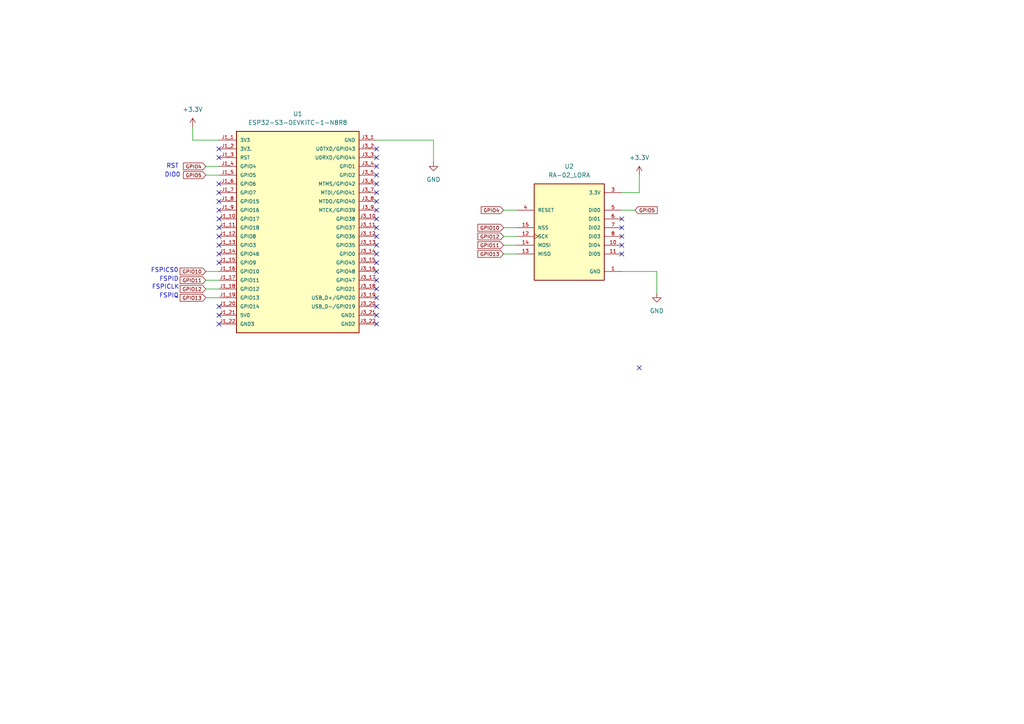
<source format=kicad_sch>
(kicad_sch (version 20250114) (generator "eeschema") (generator_version "9.0")
  (paper "A4")
  (lib_symbols
    (symbol "ESP32-S3-DEVKITC-1-N8R8:ESP32-S3-DEVKITC-1-N8R8" (pin_names (offset 1.016))
      (property "Reference" "U" (at -17.78 35.56 0))
      (property "Value" "ESP32-S3-DEVKITC-1-N8R8" (at -17.78 -27.94 0))
      (symbol "ESP32-S3-DEVKITC-1-N8R8_0_0"
        (rectangle (start -17.78 -25.4) (end 17.78 33.02) (stroke (width 0.254)) (fill (type background)))
        (pin power_in line (at -22.86 30.48 0) (length 5.08) (name "3V3") (number "J1_1"))
        (pin power_in line (at -22.86 27.94 0) (length 5.08) (name "3V3.") (number "J1_2"))
        (pin input line (at -22.86 25.4 0) (length 5.08) (name "RST") (number "J1_3"))
        (pin bidirectional line (at -22.86 22.86 0) (length 5.08) (name "GPIO4") (number "J1_4"))
        (pin bidirectional line (at -22.86 20.32 0) (length 5.08) (name "GPIO5") (number "J1_5"))
        (pin bidirectional line (at -22.86 17.78 0) (length 5.08) (name "GPIO6") (number "J1_6"))
        (pin bidirectional line (at -22.86 15.24 0) (length 5.08) (name "GPIO7") (number "J1_7"))
        (pin bidirectional line (at -22.86 12.7 0) (length 5.08) (name "GPIO15") (number "J1_8"))
        (pin bidirectional line (at -22.86 10.16 0) (length 5.08) (name "GPIO16") (number "J1_9"))
        (pin bidirectional line (at -22.86 7.62 0) (length 5.08) (name "GPIO17") (number "J1_10"))
        (pin bidirectional line (at -22.86 5.08 0) (length 5.08) (name "GPIO18") (number "J1_11"))
        (pin bidirectional line (at -22.86 2.54 0) (length 5.08) (name "GPIO8") (number "J1_12"))
        (pin bidirectional line (at -22.86 0 0) (length 5.08) (name "GPIO3") (number "J1_13"))
        (pin bidirectional line (at -22.86 -2.54 0) (length 5.08) (name "GPIO46") (number "J1_14"))
        (pin bidirectional line (at -22.86 -5.08 0) (length 5.08) (name "GPIO9") (number "J1_15"))
        (pin bidirectional line (at -22.86 -7.62 0) (length 5.08) (name "GPIO10") (number "J1_16"))
        (pin bidirectional line (at -22.86 -10.16 0) (length 5.08) (name "GPIO11") (number "J1_17"))
        (pin bidirectional line (at -22.86 -12.7 0) (length 5.08) (name "GPIO12") (number "J1_18"))
        (pin bidirectional line (at -22.86 -15.24 0) (length 5.08) (name "GPIO13") (number "J1_19"))
        (pin bidirectional line (at -22.86 -17.78 0) (length 5.08) (name "GPIO14") (number "J1_20"))
        (pin power_in line (at -22.86 -20.32 0) (length 5.08) (name "5V0") (number "J1_21"))
        (pin power_in line (at -22.86 -22.86 0) (length 5.08) (name "GND3") (number "J1_22"))
        (pin power_in line (at 22.86 30.48 180) (length 5.08) (name "GND") (number "J3_1"))
        (pin bidirectional line (at 22.86 27.94 180) (length 5.08) (name "U0TXD/GPIO43") (number "J3_2"))
        (pin bidirectional line (at 22.86 25.4 180) (length 5.08) (name "U0RXD/GPIO44") (number "J3_3"))
        (pin bidirectional line (at 22.86 22.86 180) (length 5.08) (name "GPIO1") (number "J3_4"))
        (pin bidirectional line (at 22.86 20.32 180) (length 5.08) (name "GPIO2") (number "J3_5"))
        (pin bidirectional line (at 22.86 17.78 180) (length 5.08) (name "MTMS/GPIO42") (number "J3_6"))
        (pin bidirectional line (at 22.86 15.24 180) (length 5.08) (name "MTDI/GPIO41") (number "J3_7"))
        (pin bidirectional line (at 22.86 12.7 180) (length 5.08) (name "MTDO/GPIO40") (number "J3_8"))
        (pin bidirectional line (at 22.86 10.16 180) (length 5.08) (name "MTCK/GPIO39") (number "J3_9"))
        (pin bidirectional line (at 22.86 7.62 180) (length 5.08) (name "GPIO38") (number "J3_10"))
        (pin bidirectional line (at 22.86 5.08 180) (length 5.08) (name "GPIO37") (number "J3_11"))
        (pin bidirectional line (at 22.86 2.54 180) (length 5.08) (name "GPIO36") (number "J3_12"))
        (pin bidirectional line (at 22.86 0 180) (length 5.08) (name "GPIO35") (number "J3_13"))
        (pin bidirectional line (at 22.86 -2.54 180) (length 5.08) (name "GPIO0") (number "J3_14"))
        (pin bidirectional line (at 22.86 -5.08 180) (length 5.08) (name "GPIO45") (number "J3_15"))
        (pin bidirectional line (at 22.86 -7.62 180) (length 5.08) (name "GPIO48") (number "J3_16"))
        (pin bidirectional line (at 22.86 -10.16 180) (length 5.08) (name "GPIO47") (number "J3_17"))
        (pin bidirectional line (at 22.86 -12.7 180) (length 5.08) (name "GPIO21") (number "J3_18"))
        (pin bidirectional line (at 22.86 -15.24 180) (length 5.08) (name "USB_D+/GPIO20") (number "J3_19"))
        (pin bidirectional line (at 22.86 -17.78 180) (length 5.08) (name "USB_D-/GPIO19") (number "J3_20"))
        (pin power_in line (at 22.86 -20.32 180) (length 5.08) (name "GND1") (number "J3_21"))
        (pin power_in line (at 22.86 -22.86 180) (length 5.08) (name "GND2") (number "J3_22"))
      )
    )
    (symbol "RA-02_LORA:RA-02_LORA" (pin_names (offset 1.016))
      (property "Reference" "U" (at -10.16 16.51 0))
      (property "Value" "RA-02_LORA" (at -10.16 -13.97 0))
      (symbol "RA-02_LORA_0_0"
        (rectangle (start -10.16 -12.7) (end 10.16 15.24) (stroke (width 0.254)) (fill (type background)))
        (pin input line (at -15.24 7.62 0) (length 5.08) (name "RESET") (number "4"))
        (pin input line (at -15.24 2.54 0) (length 5.08) (name "NSS") (number "15"))
        (pin input clock (at -15.24 0 0) (length 5.08) (name "SCK") (number "12"))
        (pin input line (at -15.24 -2.54 0) (length 5.08) (name "MOSI") (number "14"))
        (pin output line (at -15.24 -5.08 0) (length 5.08) (name "MISO") (number "13"))
        (pin power_in line (at 15.24 12.7 180) (length 5.08) (name "3.3V") (number "3"))
        (pin bidirectional line (at 15.24 7.62 180) (length 5.08) (name "DI00") (number "5"))
        (pin bidirectional line (at 15.24 5.08 180) (length 5.08) (name "DI01") (number "6"))
        (pin bidirectional line (at 15.24 2.54 180) (length 5.08) (name "DI02") (number "7"))
        (pin bidirectional line (at 15.24 0 180) (length 5.08) (name "DI03") (number "8"))
        (pin bidirectional line (at 15.24 -2.54 180) (length 5.08) (name "DI04") (number "10"))
        (pin bidirectional line (at 15.24 -5.08 180) (length 5.08) (name "DI05") (number "11"))
        (pin power_in line (at 15.24 -10.16 180) (length 5.08) (name "GND") (number "1"))
        (pin power_in line (at 15.24 -10.16 180) (length 5.08) (hide yes) (name "GND") (number "16"))
        (pin power_in line (at 15.24 -10.16 180) (length 5.08) (hide yes) (name "GND") (number "2"))
        (pin power_in line (at 15.24 -10.16 180) (length 5.08) (hide yes) (name "GND") (number "9"))
      )
    )
    (symbol "power:+3.3V" (power) (pin_numbers (hide yes)) (pin_names (offset 0) (hide yes))
      (property "Value" "+3.3V" (at 0 3.556 0))
      (symbol "+3.3V_0_1"
        (polyline (pts (xy -0.762 1.27) (xy 0 2.54)))
        (polyline (pts (xy 0 2.54) (xy 0.762 1.27)))
        (polyline (pts (xy 0 0) (xy 0 2.54)))
      )
      (symbol "+3.3V_1_1"
        (pin power_in line (at 0 0 90) (length 0) (name "~") (number "1"))
      )
    )
    (symbol "power:GND" (power) (pin_numbers (hide yes)) (pin_names (offset 0) (hide yes))
      (property "Value" "GND" (at 0 -3.81 0))
      (symbol "GND_0_1"
        (polyline (pts (xy 0 0) (xy 0 -1.27) (xy 1.27 -1.27) (xy 0 -2.54) (xy -1.27 -1.27) (xy 0 -1.27)))
      )
      (symbol "GND_1_1"
        (pin power_in line (at 0 0 270) (length 0) (name "~") (number "1"))
      )
    )
  )
  (text "FSPID" (at 49.022 81.026 0) (effects (font (size 1.27 1.27))))
  (text "FSPICLK" (at 48.006 83.312 0) (effects (font (size 1.27 1.27))))
  (text "RST" (at 50.038 48.26 0) (effects (font (size 1.27 1.27))))
  (text "FSPICS0" (at 47.752 78.486 0) (effects (font (size 1.27 1.27))))
  (text "FSPIQ" (at 49.022 85.852 0) (effects (font (size 1.27 1.27))))
  (text "DIO0\n" (at 50.038 50.8 0) (effects (font (size 1.27 1.27))))
  (no_connect (at 109.22 48.26))
  (no_connect (at 109.22 50.8))
  (no_connect (at 109.22 83.82))
  (no_connect (at 63.5 45.72))
  (no_connect (at 109.22 76.2))
  (no_connect (at 109.22 60.96))
  (no_connect (at 180.34 71.12))
  (no_connect (at 109.22 73.66))
  (no_connect (at 63.5 55.88))
  (no_connect (at 63.5 60.96))
  (no_connect (at 109.22 81.28))
  (no_connect (at 63.5 58.42))
  (no_connect (at 63.5 93.98))
  (no_connect (at 109.22 43.18))
  (no_connect (at 109.22 45.72))
  (no_connect (at 180.34 73.66))
  (no_connect (at 180.34 68.58))
  (no_connect (at 109.22 68.58))
  (no_connect (at 185.42 106.68))
  (no_connect (at 63.5 68.58))
  (no_connect (at 109.22 71.12))
  (no_connect (at 109.22 53.34))
  (no_connect (at 109.22 63.5))
  (no_connect (at 63.5 73.66))
  (no_connect (at 109.22 86.36))
  (no_connect (at 180.34 63.5))
  (no_connect (at 63.5 43.18))
  (no_connect (at 109.22 78.74))
  (no_connect (at 63.5 88.9))
  (no_connect (at 63.5 76.2))
  (no_connect (at 109.22 88.9))
  (no_connect (at 109.22 66.04))
  (no_connect (at 109.22 91.44))
  (no_connect (at 63.5 71.12))
  (no_connect (at 63.5 91.44))
  (no_connect (at 180.34 66.04))
  (no_connect (at 63.5 53.34))
  (no_connect (at 109.22 55.88))
  (no_connect (at 63.5 66.04))
  (no_connect (at 63.5 63.5))
  (no_connect (at 109.22 93.98))
  (no_connect (at 109.22 58.42))
  (wire (pts (xy 125.73 40.64) (xy 125.73 46.99)))
  (wire (pts (xy 180.34 55.88) (xy 185.42 55.88)))
  (wire (pts (xy 59.69 78.74) (xy 63.5 78.74)))
  (wire (pts (xy 146.05 68.58) (xy 149.86 68.58)))
  (wire (pts (xy 109.22 40.64) (xy 125.73 40.64)))
  (wire (pts (xy 184.15 60.96) (xy 180.34 60.96)))
  (wire (pts (xy 55.88 36.83) (xy 55.88 40.64)))
  (wire (pts (xy 146.05 73.66) (xy 149.86 73.66)))
  (wire (pts (xy 59.69 83.82) (xy 63.5 83.82)))
  (wire (pts (xy 59.69 50.8) (xy 63.5 50.8)))
  (wire (pts (xy 190.5 85.09) (xy 190.5 78.74)))
  (wire (pts (xy 59.69 48.26) (xy 63.5 48.26)))
  (wire (pts (xy 185.42 50.8) (xy 185.42 55.88)))
  (wire (pts (xy 59.69 86.36) (xy 63.5 86.36)))
  (wire (pts (xy 55.88 40.64) (xy 63.5 40.64)))
  (wire (pts (xy 146.05 66.04) (xy 149.86 66.04)))
  (wire (pts (xy 146.05 60.96) (xy 149.86 60.96)))
  (wire (pts (xy 59.69 81.28) (xy 63.5 81.28)))
  (wire (pts (xy 146.05 71.12) (xy 149.86 71.12)))
  (wire (pts (xy 180.34 78.74) (xy 190.5 78.74)))
  (global_label "GPIO5" (shape input) (at 184.15 60.96 0) (effects (font (size 1.016 1.016))) (property "Intersheetrefs" "${INTERSHEET_REFS}" (effects (hide yes))))
  (global_label "GPIO5" (shape input) (at 59.69 50.8 180) (effects (font (size 1.016 1.016))) (property "Intersheetrefs" "${INTERSHEET_REFS}" (effects (hide yes))))
  (global_label "GPIO11" (shape input) (at 146.05 71.12 180) (effects (font (size 1.016 1.016))) (property "Intersheetrefs" "${INTERSHEET_REFS}" (effects (hide yes))))
  (global_label "GPIO12" (shape input) (at 59.69 83.82 180) (effects (font (size 1.016 1.016))) (property "Intersheetrefs" "${INTERSHEET_REFS}" (effects (hide yes))))
  (global_label "GPIO12" (shape input) (at 146.05 68.58 180) (effects (font (size 1.016 1.016))) (property "Intersheetrefs" "${INTERSHEET_REFS}" (effects (hide yes))))
  (global_label "GPIO4" (shape input) (at 59.69 48.26 180) (effects (font (size 1.016 1.016))) (property "Intersheetrefs" "${INTERSHEET_REFS}" (effects (hide yes))))
  (global_label "GPIO10" (shape input) (at 146.05 66.04 180) (effects (font (size 1.016 1.016))) (property "Intersheetrefs" "${INTERSHEET_REFS}" (effects (hide yes))))
  (global_label "GPIO10" (shape input) (at 59.69 78.74 180) (effects (font (size 1.016 1.016))) (property "Intersheetrefs" "${INTERSHEET_REFS}" (effects (hide yes))))
  (global_label "GPIO13" (shape input) (at 146.05 73.66 180) (effects (font (size 1.016 1.016))) (property "Intersheetrefs" "${INTERSHEET_REFS}" (effects (hide yes))))
  (global_label "GPIO13" (shape input) (at 59.69 86.36 180) (effects (font (size 1.016 1.016))) (property "Intersheetrefs" "${INTERSHEET_REFS}" (effects (hide yes))))
  (global_label "GPIO4" (shape input) (at 146.05 60.96 180) (effects (font (size 1.016 1.016))) (property "Intersheetrefs" "${INTERSHEET_REFS}" (effects (hide yes))))
  (global_label "GPIO11" (shape input) (at 59.69 81.28 180) (effects (font (size 1.016 1.016))) (property "Intersheetrefs" "${INTERSHEET_REFS}" (effects (hide yes))))
  (symbol (lib_id "power:+3.3V") (at 185.42 50.8 0) (unit 1)
    (property "Reference" "#PWR04" (effects (hide yes)))
    (property "Value" "+3.3V" (at 185.42 45.72 0))
    (property "Description" "Power symbol creates a global label with name \"+3.3V\"" (effects (hide yes)))
  )
  (symbol (lib_id "power:GND") (at 125.73 46.99 0) (unit 1)
    (property "Reference" "#PWR01" (effects (hide yes)))
    (property "Value" "GND" (at 125.73 52.07 0))
    (property "Description" "Power symbol creates a global label with name \"GND\" , ground" (effects (hide yes)))
  )
  (symbol (lib_id "power:+3.3V") (at 55.88 36.83 0) (unit 1)
    (property "Reference" "#PWR03" (effects (hide yes)))
    (property "Value" "+3.3V" (at 55.88 31.75 0))
    (property "Description" "Power symbol creates a global label with name \"+3.3V\"" (effects (hide yes)))
  )
  (symbol (lib_id "ESP32-S3-DEVKITC-1-N8R8:ESP32-S3-DEVKITC-1-N8R8") (at 86.36 71.12 0) (unit 1)
    (property "Reference" "U1" (at 86.36 33.02 0))
    (property "Value" "ESP32-S3-DEVKITC-1-N8R8" (at 86.36 35.56 0))
    (property "Footprint" "ESP32-S3-DEVKITC-1-N8R8:ESP32-S3-DEVKITC-1-N8R8" (effects (hide yes)))
    (property "MF" "Espressif Systems" (effects (hide yes)))
    (property "Description_1" "The ESP32-S3-DEVKITC-1-N8R8 from Espressif Systems is a development board designed for RF, RFID, and wireless applications. It supports 802.11 b/g/n Wi-Fi and Bluetooth® 5.x (BLE) connectivity at 2.4GHz, making it ideal for IoT and wireless communication projects. This board is powered by the ESP32-S3-WROOM-1-N8R8 module, which features 8MB Quad SPI Flash and 8MB Octal SPI for efficient memory storage and processing." (effects (hide yes)))
    (property "Package" "None" (effects (hide yes)))
    (property "Price" "None" (effects (hide yes)))
    (property "SnapEDA_Link" "https://www.snapeda.com/parts/ESP32-S3-DEVKITC-1-N8R8/Espressif+Systems/view-part/?ref=snap" (effects (hide yes)))
    (property "MP" "ESP32-S3-DEVKITC-1-N8R8" (effects (hide yes)))
    (property "Availability" "In Stock" (effects (hide yes)))
    (property "Check_prices" "https://www.snapeda.com/parts/ESP32-S3-DEVKITC-1-N8R8/Espressif+Systems/view-part/?ref=eda" (effects (hide yes)))
  )
  (symbol (lib_id "power:GND") (at 190.5 85.09 0) (unit 1)
    (property "Reference" "#PWR02" (effects (hide yes)))
    (property "Value" "GND" (at 190.5 90.17 0))
    (property "Description" "Power symbol creates a global label with name \"GND\" , ground" (effects (hide yes)))
  )
  (symbol (lib_id "RA-02_LORA:RA-02_LORA") (at 165.1 68.58 0) (unit 1)
    (property "Reference" "U2" (at 165.1 48.26 0))
    (property "Value" "RA-02_LORA" (at 165.1 50.8 0))
    (property "Footprint" "RA-02_LORA:MODULE_RA-02_LORA" (effects (hide yes)))
    (property "MF" "AI-Thinker" (effects (hide yes)))
    (property "MAXIMUM_PACKAGE_HEIGHT" "3.3mm" (effects (hide yes)))
    (property "Package" "None" (effects (hide yes)))
    (property "Price" "None" (effects (hide yes)))
    (property "Check_prices" "https://www.snapeda.com/parts/Ra-02%20LoRa/AI-Thinker/view-part/?ref=eda" (effects (hide yes)))
    (property "STANDARD" "Manufacturer Recommendations" (effects (hide yes)))
    (property "PARTREV" "2018/03/02" (effects (hide yes)))
    (property "SnapEDA_Link" "https://www.snapeda.com/parts/Ra-02%20LoRa/AI-Thinker/view-part/?ref=snap" (effects (hide yes)))
    (property "MP" "Ra-02 LoRa" (effects (hide yes)))
    (property "Description_1" "Ra-02 LoRa RF M5Stack Platform Evaluation Expansion Board" (effects (hide yes)))
    (property "Availability" "Not in stock" (effects (hide yes)))
    (property "MANUFACTURER" "Ai-Thinker" (effects (hide yes)))
  )
)
</source>
